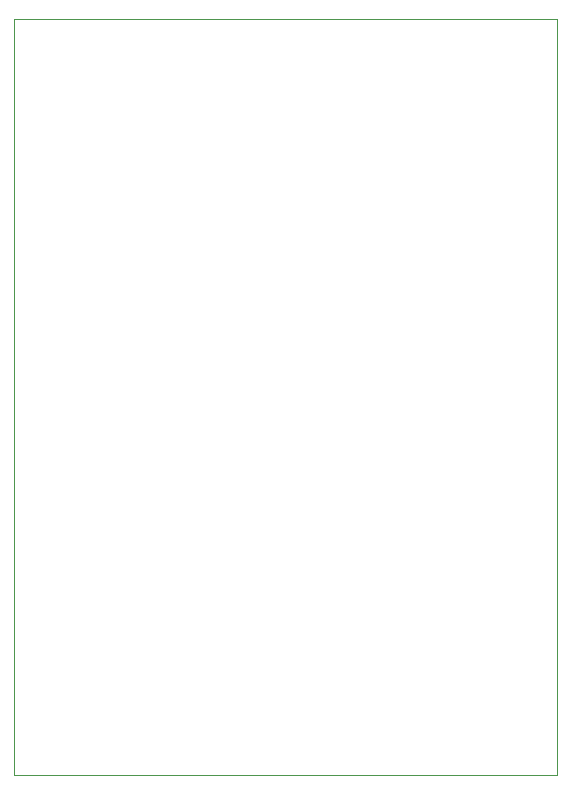
<source format=gm1>
G04 #@! TF.GenerationSoftware,KiCad,Pcbnew,(5.1.5)-3*
G04 #@! TF.CreationDate,2021-04-08T22:52:58+09:00*
G04 #@! TF.ProjectId,ROM28toEPROM32,524f4d32-3874-46f4-9550-524f4d33322e,rev?*
G04 #@! TF.SameCoordinates,Original*
G04 #@! TF.FileFunction,Profile,NP*
%FSLAX46Y46*%
G04 Gerber Fmt 4.6, Leading zero omitted, Abs format (unit mm)*
G04 Created by KiCad (PCBNEW (5.1.5)-3) date 2021-04-08 22:52:58*
%MOMM*%
%LPD*%
G04 APERTURE LIST*
%ADD10C,0.050000*%
G04 APERTURE END LIST*
D10*
X118168000Y-53208000D02*
X118168000Y-117208000D01*
X72168000Y-53208000D02*
X72168000Y-117208000D01*
X72168000Y-117208000D02*
X118168000Y-117208000D01*
X72168000Y-53208000D02*
X118168000Y-53208000D01*
M02*

</source>
